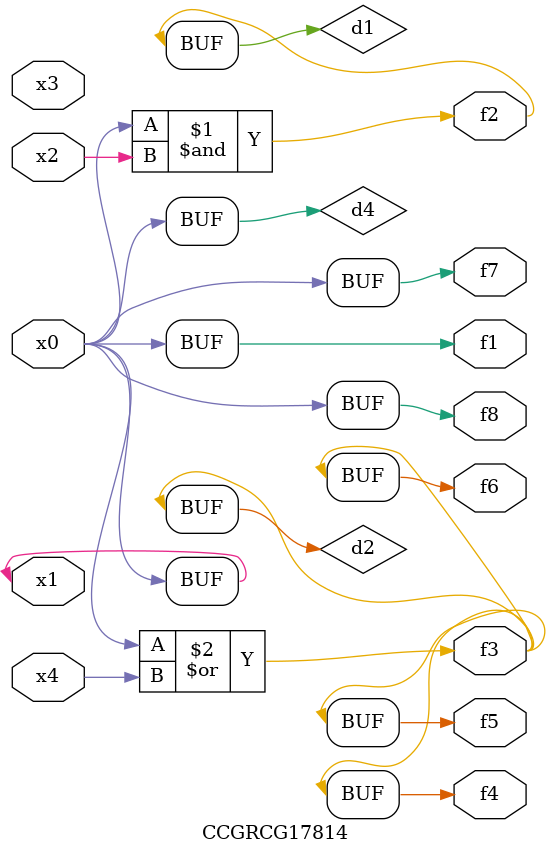
<source format=v>
module CCGRCG17814(
	input x0, x1, x2, x3, x4,
	output f1, f2, f3, f4, f5, f6, f7, f8
);

	wire d1, d2, d3, d4;

	and (d1, x0, x2);
	or (d2, x0, x4);
	nand (d3, x0, x2);
	buf (d4, x0, x1);
	assign f1 = d4;
	assign f2 = d1;
	assign f3 = d2;
	assign f4 = d2;
	assign f5 = d2;
	assign f6 = d2;
	assign f7 = d4;
	assign f8 = d4;
endmodule

</source>
